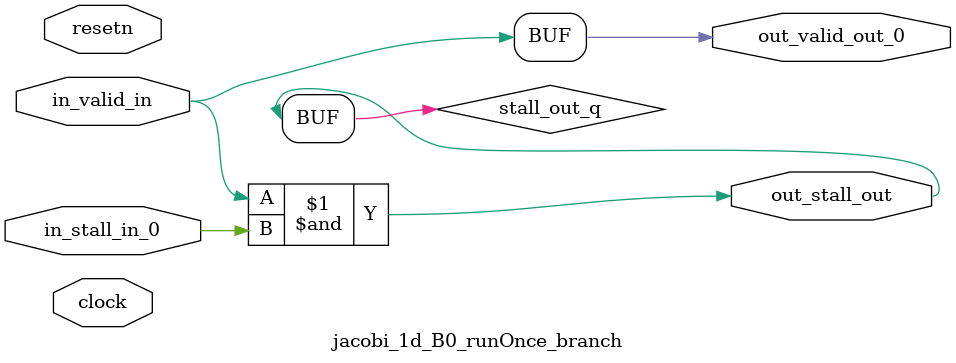
<source format=sv>



(* altera_attribute = "-name AUTO_SHIFT_REGISTER_RECOGNITION OFF; -name MESSAGE_DISABLE 10036; -name MESSAGE_DISABLE 10037; -name MESSAGE_DISABLE 14130; -name MESSAGE_DISABLE 14320; -name MESSAGE_DISABLE 15400; -name MESSAGE_DISABLE 14130; -name MESSAGE_DISABLE 10036; -name MESSAGE_DISABLE 12020; -name MESSAGE_DISABLE 12030; -name MESSAGE_DISABLE 12010; -name MESSAGE_DISABLE 12110; -name MESSAGE_DISABLE 14320; -name MESSAGE_DISABLE 13410; -name MESSAGE_DISABLE 113007; -name MESSAGE_DISABLE 10958" *)
module jacobi_1d_B0_runOnce_branch (
    input wire [0:0] in_stall_in_0,
    input wire [0:0] in_valid_in,
    output wire [0:0] out_stall_out,
    output wire [0:0] out_valid_out_0,
    input wire clock,
    input wire resetn
    );

    wire [0:0] stall_out_q;


    // stall_out(LOGICAL,6)
    assign stall_out_q = in_valid_in & in_stall_in_0;

    // out_stall_out(GPOUT,4)
    assign out_stall_out = stall_out_q;

    // out_valid_out_0(GPOUT,5)
    assign out_valid_out_0 = in_valid_in;

endmodule

</source>
